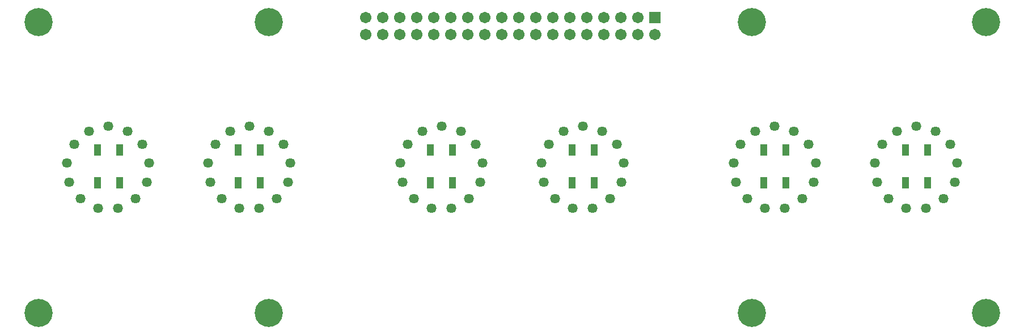
<source format=gts>
G04*
G04 #@! TF.GenerationSoftware,Altium Limited,Altium Designer,18.1.11 (251)*
G04*
G04 Layer_Color=8388736*
%FSLAX25Y25*%
%MOIN*%
G70*
G01*
G75*
%ADD13R,0.04343X0.06706*%
%ADD14C,0.05760*%
%ADD15C,0.06706*%
%ADD16R,0.06706X0.06706*%
%ADD17C,0.16548*%
D13*
X161126Y244354D02*
D03*
X174118D02*
D03*
X161126Y263646D02*
D03*
X174118D02*
D03*
X244004Y244354D02*
D03*
X256996D02*
D03*
X244004Y263646D02*
D03*
X256996D02*
D03*
X357004Y244354D02*
D03*
X369996D02*
D03*
X357004Y263646D02*
D03*
X369996D02*
D03*
X440126Y244354D02*
D03*
X453118D02*
D03*
X440126Y263646D02*
D03*
X453118D02*
D03*
X552812Y244354D02*
D03*
X565804D02*
D03*
X552812Y263646D02*
D03*
X565804D02*
D03*
X636126Y244354D02*
D03*
X649118D02*
D03*
X636126Y263646D02*
D03*
X649118D02*
D03*
D14*
X631175Y274578D02*
D03*
X653825D02*
D03*
X642500Y277370D02*
D03*
X618308Y255937D02*
D03*
X619714Y244358D02*
D03*
X626340Y234759D02*
D03*
X636668Y229338D02*
D03*
X648332D02*
D03*
X658660Y234759D02*
D03*
X665286Y244358D02*
D03*
X666692Y255937D02*
D03*
X662556Y266844D02*
D03*
X622444D02*
D03*
X539252D02*
D03*
X579364D02*
D03*
X583500Y255937D02*
D03*
X582094Y244358D02*
D03*
X575468Y234759D02*
D03*
X565140Y229338D02*
D03*
X553476D02*
D03*
X543148Y234759D02*
D03*
X536522Y244358D02*
D03*
X535116Y255937D02*
D03*
X559308Y277370D02*
D03*
X570633Y274578D02*
D03*
X547983D02*
D03*
X435175D02*
D03*
X457825D02*
D03*
X446500Y277370D02*
D03*
X422308Y255937D02*
D03*
X423714Y244358D02*
D03*
X430340Y234759D02*
D03*
X440668Y229338D02*
D03*
X452332D02*
D03*
X462660Y234759D02*
D03*
X469286Y244358D02*
D03*
X470692Y255937D02*
D03*
X466556Y266844D02*
D03*
X426444D02*
D03*
X343444D02*
D03*
X383556D02*
D03*
X387692Y255937D02*
D03*
X386286Y244358D02*
D03*
X379660Y234759D02*
D03*
X369332Y229338D02*
D03*
X357668D02*
D03*
X347340Y234759D02*
D03*
X340714Y244358D02*
D03*
X339308Y255937D02*
D03*
X363500Y277370D02*
D03*
X374825Y274578D02*
D03*
X352175D02*
D03*
X239175D02*
D03*
X261825D02*
D03*
X250500Y277370D02*
D03*
X226308Y255937D02*
D03*
X227714Y244358D02*
D03*
X234340Y234759D02*
D03*
X244668Y229338D02*
D03*
X256332D02*
D03*
X266660Y234759D02*
D03*
X273286Y244358D02*
D03*
X274692Y255937D02*
D03*
X270556Y266844D02*
D03*
X230444D02*
D03*
X147388D02*
D03*
X187500D02*
D03*
X191636Y255937D02*
D03*
X190230Y244358D02*
D03*
X183604Y234759D02*
D03*
X173276Y229338D02*
D03*
X161612D02*
D03*
X151284Y234759D02*
D03*
X144658Y244358D02*
D03*
X143252Y255937D02*
D03*
X167444Y277370D02*
D03*
X178769Y274578D02*
D03*
X156119D02*
D03*
D15*
X319000Y331500D02*
D03*
Y341500D02*
D03*
X329000Y331500D02*
D03*
Y341500D02*
D03*
X339000Y331500D02*
D03*
Y341500D02*
D03*
X349000Y331500D02*
D03*
Y341500D02*
D03*
X359000Y331500D02*
D03*
Y341500D02*
D03*
X369000Y331500D02*
D03*
Y341500D02*
D03*
X379000Y331500D02*
D03*
Y341500D02*
D03*
X389000Y331500D02*
D03*
Y341500D02*
D03*
X399000Y331500D02*
D03*
Y341500D02*
D03*
X409000Y331500D02*
D03*
Y341500D02*
D03*
X419000Y331500D02*
D03*
Y341500D02*
D03*
X429000Y331500D02*
D03*
Y341500D02*
D03*
X439000Y331500D02*
D03*
Y341500D02*
D03*
X449000Y331500D02*
D03*
Y341500D02*
D03*
X459000Y331500D02*
D03*
Y341500D02*
D03*
X469000Y331500D02*
D03*
Y341500D02*
D03*
X479000Y331500D02*
D03*
Y341500D02*
D03*
X489000Y331500D02*
D03*
D16*
Y341500D02*
D03*
D17*
X683500Y339000D02*
D03*
X126500D02*
D03*
Y167500D02*
D03*
X683500D02*
D03*
X546000Y339000D02*
D03*
X262000D02*
D03*
Y167500D02*
D03*
X546000D02*
D03*
M02*

</source>
